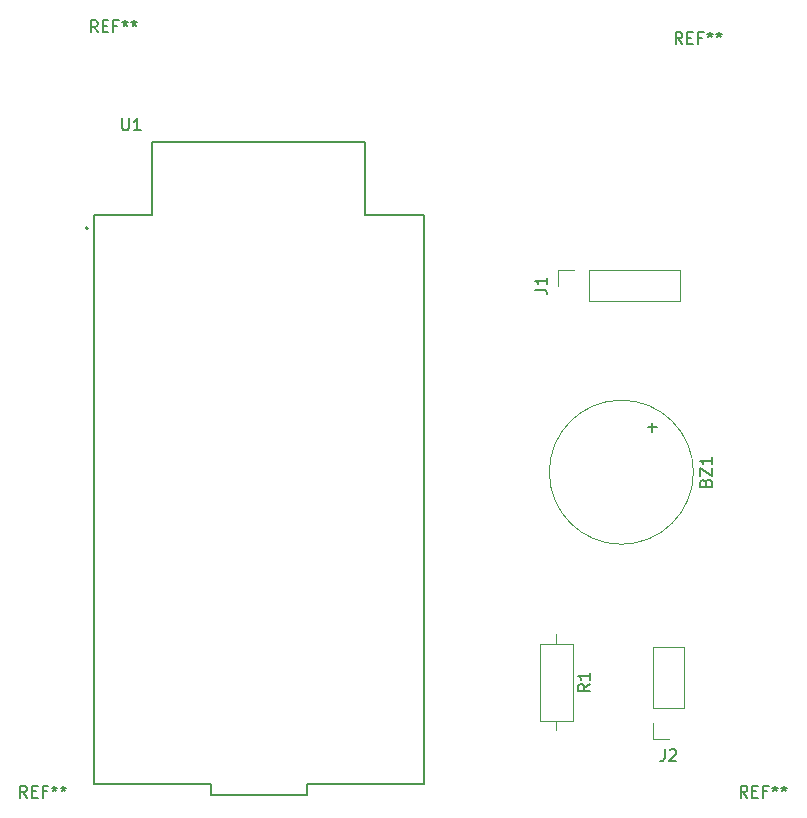
<source format=gbr>
%TF.GenerationSoftware,KiCad,Pcbnew,9.0.0*%
%TF.CreationDate,2025-03-04T12:47:50-05:00*%
%TF.ProjectId,TermoINteligente,5465726d-6f49-44e7-9465-6c6967656e74,rev?*%
%TF.SameCoordinates,Original*%
%TF.FileFunction,Legend,Top*%
%TF.FilePolarity,Positive*%
%FSLAX46Y46*%
G04 Gerber Fmt 4.6, Leading zero omitted, Abs format (unit mm)*
G04 Created by KiCad (PCBNEW 9.0.0) date 2025-03-04 12:47:50*
%MOMM*%
%LPD*%
G01*
G04 APERTURE LIST*
%ADD10C,0.150000*%
%ADD11C,0.127000*%
%ADD12C,0.200000*%
%ADD13C,0.120000*%
G04 APERTURE END LIST*
D10*
X131243095Y-71734819D02*
X131243095Y-72544342D01*
X131243095Y-72544342D02*
X131290714Y-72639580D01*
X131290714Y-72639580D02*
X131338333Y-72687200D01*
X131338333Y-72687200D02*
X131433571Y-72734819D01*
X131433571Y-72734819D02*
X131624047Y-72734819D01*
X131624047Y-72734819D02*
X131719285Y-72687200D01*
X131719285Y-72687200D02*
X131766904Y-72639580D01*
X131766904Y-72639580D02*
X131814523Y-72544342D01*
X131814523Y-72544342D02*
X131814523Y-71734819D01*
X132814523Y-72734819D02*
X132243095Y-72734819D01*
X132528809Y-72734819D02*
X132528809Y-71734819D01*
X132528809Y-71734819D02*
X132433571Y-71877676D01*
X132433571Y-71877676D02*
X132338333Y-71972914D01*
X132338333Y-71972914D02*
X132243095Y-72020533D01*
X177166666Y-125164819D02*
X177166666Y-125879104D01*
X177166666Y-125879104D02*
X177119047Y-126021961D01*
X177119047Y-126021961D02*
X177023809Y-126117200D01*
X177023809Y-126117200D02*
X176880952Y-126164819D01*
X176880952Y-126164819D02*
X176785714Y-126164819D01*
X177595238Y-125260057D02*
X177642857Y-125212438D01*
X177642857Y-125212438D02*
X177738095Y-125164819D01*
X177738095Y-125164819D02*
X177976190Y-125164819D01*
X177976190Y-125164819D02*
X178071428Y-125212438D01*
X178071428Y-125212438D02*
X178119047Y-125260057D01*
X178119047Y-125260057D02*
X178166666Y-125355295D01*
X178166666Y-125355295D02*
X178166666Y-125450533D01*
X178166666Y-125450533D02*
X178119047Y-125593390D01*
X178119047Y-125593390D02*
X177547619Y-126164819D01*
X177547619Y-126164819D02*
X178166666Y-126164819D01*
X166184819Y-86233333D02*
X166899104Y-86233333D01*
X166899104Y-86233333D02*
X167041961Y-86280952D01*
X167041961Y-86280952D02*
X167137200Y-86376190D01*
X167137200Y-86376190D02*
X167184819Y-86519047D01*
X167184819Y-86519047D02*
X167184819Y-86614285D01*
X167184819Y-85233333D02*
X167184819Y-85804761D01*
X167184819Y-85519047D02*
X166184819Y-85519047D01*
X166184819Y-85519047D02*
X166327676Y-85614285D01*
X166327676Y-85614285D02*
X166422914Y-85709523D01*
X166422914Y-85709523D02*
X166470533Y-85804761D01*
X178666666Y-65454819D02*
X178333333Y-64978628D01*
X178095238Y-65454819D02*
X178095238Y-64454819D01*
X178095238Y-64454819D02*
X178476190Y-64454819D01*
X178476190Y-64454819D02*
X178571428Y-64502438D01*
X178571428Y-64502438D02*
X178619047Y-64550057D01*
X178619047Y-64550057D02*
X178666666Y-64645295D01*
X178666666Y-64645295D02*
X178666666Y-64788152D01*
X178666666Y-64788152D02*
X178619047Y-64883390D01*
X178619047Y-64883390D02*
X178571428Y-64931009D01*
X178571428Y-64931009D02*
X178476190Y-64978628D01*
X178476190Y-64978628D02*
X178095238Y-64978628D01*
X179095238Y-64931009D02*
X179428571Y-64931009D01*
X179571428Y-65454819D02*
X179095238Y-65454819D01*
X179095238Y-65454819D02*
X179095238Y-64454819D01*
X179095238Y-64454819D02*
X179571428Y-64454819D01*
X180333333Y-64931009D02*
X180000000Y-64931009D01*
X180000000Y-65454819D02*
X180000000Y-64454819D01*
X180000000Y-64454819D02*
X180476190Y-64454819D01*
X181000000Y-64454819D02*
X181000000Y-64692914D01*
X180761905Y-64597676D02*
X181000000Y-64692914D01*
X181000000Y-64692914D02*
X181238095Y-64597676D01*
X180857143Y-64883390D02*
X181000000Y-64692914D01*
X181000000Y-64692914D02*
X181142857Y-64883390D01*
X181761905Y-64454819D02*
X181761905Y-64692914D01*
X181523810Y-64597676D02*
X181761905Y-64692914D01*
X181761905Y-64692914D02*
X182000000Y-64597676D01*
X181619048Y-64883390D02*
X181761905Y-64692914D01*
X181761905Y-64692914D02*
X181904762Y-64883390D01*
X123166666Y-129254819D02*
X122833333Y-128778628D01*
X122595238Y-129254819D02*
X122595238Y-128254819D01*
X122595238Y-128254819D02*
X122976190Y-128254819D01*
X122976190Y-128254819D02*
X123071428Y-128302438D01*
X123071428Y-128302438D02*
X123119047Y-128350057D01*
X123119047Y-128350057D02*
X123166666Y-128445295D01*
X123166666Y-128445295D02*
X123166666Y-128588152D01*
X123166666Y-128588152D02*
X123119047Y-128683390D01*
X123119047Y-128683390D02*
X123071428Y-128731009D01*
X123071428Y-128731009D02*
X122976190Y-128778628D01*
X122976190Y-128778628D02*
X122595238Y-128778628D01*
X123595238Y-128731009D02*
X123928571Y-128731009D01*
X124071428Y-129254819D02*
X123595238Y-129254819D01*
X123595238Y-129254819D02*
X123595238Y-128254819D01*
X123595238Y-128254819D02*
X124071428Y-128254819D01*
X124833333Y-128731009D02*
X124500000Y-128731009D01*
X124500000Y-129254819D02*
X124500000Y-128254819D01*
X124500000Y-128254819D02*
X124976190Y-128254819D01*
X125500000Y-128254819D02*
X125500000Y-128492914D01*
X125261905Y-128397676D02*
X125500000Y-128492914D01*
X125500000Y-128492914D02*
X125738095Y-128397676D01*
X125357143Y-128683390D02*
X125500000Y-128492914D01*
X125500000Y-128492914D02*
X125642857Y-128683390D01*
X126261905Y-128254819D02*
X126261905Y-128492914D01*
X126023810Y-128397676D02*
X126261905Y-128492914D01*
X126261905Y-128492914D02*
X126500000Y-128397676D01*
X126119048Y-128683390D02*
X126261905Y-128492914D01*
X126261905Y-128492914D02*
X126404762Y-128683390D01*
X184166666Y-129254819D02*
X183833333Y-128778628D01*
X183595238Y-129254819D02*
X183595238Y-128254819D01*
X183595238Y-128254819D02*
X183976190Y-128254819D01*
X183976190Y-128254819D02*
X184071428Y-128302438D01*
X184071428Y-128302438D02*
X184119047Y-128350057D01*
X184119047Y-128350057D02*
X184166666Y-128445295D01*
X184166666Y-128445295D02*
X184166666Y-128588152D01*
X184166666Y-128588152D02*
X184119047Y-128683390D01*
X184119047Y-128683390D02*
X184071428Y-128731009D01*
X184071428Y-128731009D02*
X183976190Y-128778628D01*
X183976190Y-128778628D02*
X183595238Y-128778628D01*
X184595238Y-128731009D02*
X184928571Y-128731009D01*
X185071428Y-129254819D02*
X184595238Y-129254819D01*
X184595238Y-129254819D02*
X184595238Y-128254819D01*
X184595238Y-128254819D02*
X185071428Y-128254819D01*
X185833333Y-128731009D02*
X185500000Y-128731009D01*
X185500000Y-129254819D02*
X185500000Y-128254819D01*
X185500000Y-128254819D02*
X185976190Y-128254819D01*
X186500000Y-128254819D02*
X186500000Y-128492914D01*
X186261905Y-128397676D02*
X186500000Y-128492914D01*
X186500000Y-128492914D02*
X186738095Y-128397676D01*
X186357143Y-128683390D02*
X186500000Y-128492914D01*
X186500000Y-128492914D02*
X186642857Y-128683390D01*
X187261905Y-128254819D02*
X187261905Y-128492914D01*
X187023810Y-128397676D02*
X187261905Y-128492914D01*
X187261905Y-128492914D02*
X187500000Y-128397676D01*
X187119048Y-128683390D02*
X187261905Y-128492914D01*
X187261905Y-128492914D02*
X187404762Y-128683390D01*
X170824819Y-119646666D02*
X170348628Y-119979999D01*
X170824819Y-120218094D02*
X169824819Y-120218094D01*
X169824819Y-120218094D02*
X169824819Y-119837142D01*
X169824819Y-119837142D02*
X169872438Y-119741904D01*
X169872438Y-119741904D02*
X169920057Y-119694285D01*
X169920057Y-119694285D02*
X170015295Y-119646666D01*
X170015295Y-119646666D02*
X170158152Y-119646666D01*
X170158152Y-119646666D02*
X170253390Y-119694285D01*
X170253390Y-119694285D02*
X170301009Y-119741904D01*
X170301009Y-119741904D02*
X170348628Y-119837142D01*
X170348628Y-119837142D02*
X170348628Y-120218094D01*
X170824819Y-118694285D02*
X170824819Y-119265713D01*
X170824819Y-118979999D02*
X169824819Y-118979999D01*
X169824819Y-118979999D02*
X169967676Y-119075237D01*
X169967676Y-119075237D02*
X170062914Y-119170475D01*
X170062914Y-119170475D02*
X170110533Y-119265713D01*
X180631009Y-102580952D02*
X180678628Y-102438095D01*
X180678628Y-102438095D02*
X180726247Y-102390476D01*
X180726247Y-102390476D02*
X180821485Y-102342857D01*
X180821485Y-102342857D02*
X180964342Y-102342857D01*
X180964342Y-102342857D02*
X181059580Y-102390476D01*
X181059580Y-102390476D02*
X181107200Y-102438095D01*
X181107200Y-102438095D02*
X181154819Y-102533333D01*
X181154819Y-102533333D02*
X181154819Y-102914285D01*
X181154819Y-102914285D02*
X180154819Y-102914285D01*
X180154819Y-102914285D02*
X180154819Y-102580952D01*
X180154819Y-102580952D02*
X180202438Y-102485714D01*
X180202438Y-102485714D02*
X180250057Y-102438095D01*
X180250057Y-102438095D02*
X180345295Y-102390476D01*
X180345295Y-102390476D02*
X180440533Y-102390476D01*
X180440533Y-102390476D02*
X180535771Y-102438095D01*
X180535771Y-102438095D02*
X180583390Y-102485714D01*
X180583390Y-102485714D02*
X180631009Y-102580952D01*
X180631009Y-102580952D02*
X180631009Y-102914285D01*
X180154819Y-102009523D02*
X180154819Y-101342857D01*
X180154819Y-101342857D02*
X181154819Y-102009523D01*
X181154819Y-102009523D02*
X181154819Y-101342857D01*
X181154819Y-100438095D02*
X181154819Y-101009523D01*
X181154819Y-100723809D02*
X180154819Y-100723809D01*
X180154819Y-100723809D02*
X180297676Y-100819047D01*
X180297676Y-100819047D02*
X180392914Y-100914285D01*
X180392914Y-100914285D02*
X180440533Y-101009523D01*
X176113866Y-98270951D02*
X176113866Y-97509047D01*
X176494819Y-97889999D02*
X175732914Y-97889999D01*
X129166666Y-64454819D02*
X128833333Y-63978628D01*
X128595238Y-64454819D02*
X128595238Y-63454819D01*
X128595238Y-63454819D02*
X128976190Y-63454819D01*
X128976190Y-63454819D02*
X129071428Y-63502438D01*
X129071428Y-63502438D02*
X129119047Y-63550057D01*
X129119047Y-63550057D02*
X129166666Y-63645295D01*
X129166666Y-63645295D02*
X129166666Y-63788152D01*
X129166666Y-63788152D02*
X129119047Y-63883390D01*
X129119047Y-63883390D02*
X129071428Y-63931009D01*
X129071428Y-63931009D02*
X128976190Y-63978628D01*
X128976190Y-63978628D02*
X128595238Y-63978628D01*
X129595238Y-63931009D02*
X129928571Y-63931009D01*
X130071428Y-64454819D02*
X129595238Y-64454819D01*
X129595238Y-64454819D02*
X129595238Y-63454819D01*
X129595238Y-63454819D02*
X130071428Y-63454819D01*
X130833333Y-63931009D02*
X130500000Y-63931009D01*
X130500000Y-64454819D02*
X130500000Y-63454819D01*
X130500000Y-63454819D02*
X130976190Y-63454819D01*
X131500000Y-63454819D02*
X131500000Y-63692914D01*
X131261905Y-63597676D02*
X131500000Y-63692914D01*
X131500000Y-63692914D02*
X131738095Y-63597676D01*
X131357143Y-63883390D02*
X131500000Y-63692914D01*
X131500000Y-63692914D02*
X131642857Y-63883390D01*
X132261905Y-63454819D02*
X132261905Y-63692914D01*
X132023810Y-63597676D02*
X132261905Y-63692914D01*
X132261905Y-63692914D02*
X132500000Y-63597676D01*
X132119048Y-63883390D02*
X132261905Y-63692914D01*
X132261905Y-63692914D02*
X132404762Y-63883390D01*
D11*
%TO.C,U1*%
X128850000Y-79930000D02*
X128850000Y-128130000D01*
X128850000Y-128130000D02*
X138730000Y-128130000D01*
X133800000Y-73730000D02*
X151800000Y-73730000D01*
X133800000Y-79930000D02*
X128850000Y-79930000D01*
X133800000Y-79930000D02*
X133800000Y-73730000D01*
X138730000Y-128130000D02*
X138730000Y-129030000D01*
X138730000Y-129030000D02*
X146860000Y-129030000D01*
X146860000Y-128130000D02*
X156750000Y-128130000D01*
X146860000Y-129030000D02*
X146860000Y-128130000D01*
X151800000Y-73730000D02*
X151800000Y-79930000D01*
X156750000Y-79930000D02*
X151800000Y-79930000D01*
X156750000Y-128130000D02*
X156750000Y-79930000D01*
D12*
X128330000Y-81060000D02*
G75*
G02*
X128130000Y-81060000I-100000J0D01*
G01*
X128130000Y-81060000D02*
G75*
G02*
X128330000Y-81060000I100000J0D01*
G01*
D13*
%TO.C,J2*%
X176170000Y-121670000D02*
X176170000Y-116530000D01*
X176170000Y-124270000D02*
X176170000Y-122940000D01*
X177500000Y-124270000D02*
X176170000Y-124270000D01*
X178830000Y-116530000D02*
X176170000Y-116530000D01*
X178830000Y-121670000D02*
X176170000Y-121670000D01*
X178830000Y-121670000D02*
X178830000Y-116530000D01*
%TO.C,J1*%
X168170000Y-84570000D02*
X169500000Y-84570000D01*
X168170000Y-85900000D02*
X168170000Y-84570000D01*
X170770000Y-84570000D02*
X178450000Y-84570000D01*
X170770000Y-87230000D02*
X170770000Y-84570000D01*
X170770000Y-87230000D02*
X178450000Y-87230000D01*
X178450000Y-87230000D02*
X178450000Y-84570000D01*
%TO.C,R1*%
X166630000Y-116210000D02*
X166630000Y-122750000D01*
X166630000Y-122750000D02*
X169370000Y-122750000D01*
X168000000Y-115440000D02*
X168000000Y-116210000D01*
X168000000Y-123520000D02*
X168000000Y-122750000D01*
X169370000Y-116210000D02*
X166630000Y-116210000D01*
X169370000Y-122750000D02*
X169370000Y-116210000D01*
%TO.C,BZ1*%
X179600000Y-101700000D02*
G75*
G02*
X167400000Y-101700000I-6100000J0D01*
G01*
X167400000Y-101700000D02*
G75*
G02*
X179600000Y-101700000I6100000J0D01*
G01*
%TD*%
M02*

</source>
